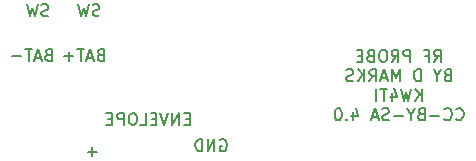
<source format=gbr>
G04 #@! TF.FileFunction,Legend,Bot*
%FSLAX46Y46*%
G04 Gerber Fmt 4.6, Leading zero omitted, Abs format (unit mm)*
G04 Created by KiCad (PCBNEW 4.0.7) date 04/20/20 00:53:53*
%MOMM*%
%LPD*%
G01*
G04 APERTURE LIST*
%ADD10C,0.100000*%
%ADD11C,0.150000*%
G04 APERTURE END LIST*
D10*
D11*
X79257143Y-87279762D02*
X79114286Y-87327381D01*
X78876190Y-87327381D01*
X78780952Y-87279762D01*
X78733333Y-87232143D01*
X78685714Y-87136905D01*
X78685714Y-87041667D01*
X78733333Y-86946429D01*
X78780952Y-86898810D01*
X78876190Y-86851190D01*
X79066667Y-86803571D01*
X79161905Y-86755952D01*
X79209524Y-86708333D01*
X79257143Y-86613095D01*
X79257143Y-86517857D01*
X79209524Y-86422619D01*
X79161905Y-86375000D01*
X79066667Y-86327381D01*
X78828571Y-86327381D01*
X78685714Y-86375000D01*
X78352381Y-86327381D02*
X78114286Y-87327381D01*
X77923809Y-86613095D01*
X77733333Y-87327381D01*
X77495238Y-86327381D01*
X74932143Y-87304762D02*
X74789286Y-87352381D01*
X74551190Y-87352381D01*
X74455952Y-87304762D01*
X74408333Y-87257143D01*
X74360714Y-87161905D01*
X74360714Y-87066667D01*
X74408333Y-86971429D01*
X74455952Y-86923810D01*
X74551190Y-86876190D01*
X74741667Y-86828571D01*
X74836905Y-86780952D01*
X74884524Y-86733333D01*
X74932143Y-86638095D01*
X74932143Y-86542857D01*
X74884524Y-86447619D01*
X74836905Y-86400000D01*
X74741667Y-86352381D01*
X74503571Y-86352381D01*
X74360714Y-86400000D01*
X74027381Y-86352381D02*
X73789286Y-87352381D01*
X73598809Y-86638095D01*
X73408333Y-87352381D01*
X73170238Y-86352381D01*
X89486904Y-97825000D02*
X89582142Y-97777381D01*
X89724999Y-97777381D01*
X89867857Y-97825000D01*
X89963095Y-97920238D01*
X90010714Y-98015476D01*
X90058333Y-98205952D01*
X90058333Y-98348810D01*
X90010714Y-98539286D01*
X89963095Y-98634524D01*
X89867857Y-98729762D01*
X89724999Y-98777381D01*
X89629761Y-98777381D01*
X89486904Y-98729762D01*
X89439285Y-98682143D01*
X89439285Y-98348810D01*
X89629761Y-98348810D01*
X89010714Y-98777381D02*
X89010714Y-97777381D01*
X88439285Y-98777381D01*
X88439285Y-97777381D01*
X87963095Y-98777381D02*
X87963095Y-97777381D01*
X87725000Y-97777381D01*
X87582142Y-97825000D01*
X87486904Y-97920238D01*
X87439285Y-98015476D01*
X87391666Y-98205952D01*
X87391666Y-98348810D01*
X87439285Y-98539286D01*
X87486904Y-98634524D01*
X87582142Y-98729762D01*
X87725000Y-98777381D01*
X87963095Y-98777381D01*
X79030952Y-98821429D02*
X78269047Y-98821429D01*
X78649999Y-99202381D02*
X78649999Y-98440476D01*
X86900000Y-96028571D02*
X86566666Y-96028571D01*
X86423809Y-96552381D02*
X86900000Y-96552381D01*
X86900000Y-95552381D01*
X86423809Y-95552381D01*
X85995238Y-96552381D02*
X85995238Y-95552381D01*
X85423809Y-96552381D01*
X85423809Y-95552381D01*
X85090476Y-95552381D02*
X84757143Y-96552381D01*
X84423809Y-95552381D01*
X84090476Y-96028571D02*
X83757142Y-96028571D01*
X83614285Y-96552381D02*
X84090476Y-96552381D01*
X84090476Y-95552381D01*
X83614285Y-95552381D01*
X82709523Y-96552381D02*
X83185714Y-96552381D01*
X83185714Y-95552381D01*
X82185714Y-95552381D02*
X81995237Y-95552381D01*
X81899999Y-95600000D01*
X81804761Y-95695238D01*
X81757142Y-95885714D01*
X81757142Y-96219048D01*
X81804761Y-96409524D01*
X81899999Y-96504762D01*
X81995237Y-96552381D01*
X82185714Y-96552381D01*
X82280952Y-96504762D01*
X82376190Y-96409524D01*
X82423809Y-96219048D01*
X82423809Y-95885714D01*
X82376190Y-95695238D01*
X82280952Y-95600000D01*
X82185714Y-95552381D01*
X81328571Y-96552381D02*
X81328571Y-95552381D01*
X80947618Y-95552381D01*
X80852380Y-95600000D01*
X80804761Y-95647619D01*
X80757142Y-95742857D01*
X80757142Y-95885714D01*
X80804761Y-95980952D01*
X80852380Y-96028571D01*
X80947618Y-96076190D01*
X81328571Y-96076190D01*
X80328571Y-96028571D02*
X79995237Y-96028571D01*
X79852380Y-96552381D02*
X80328571Y-96552381D01*
X80328571Y-95552381D01*
X79852380Y-95552381D01*
X107624190Y-91195381D02*
X107957524Y-90719190D01*
X108195619Y-91195381D02*
X108195619Y-90195381D01*
X107814666Y-90195381D01*
X107719428Y-90243000D01*
X107671809Y-90290619D01*
X107624190Y-90385857D01*
X107624190Y-90528714D01*
X107671809Y-90623952D01*
X107719428Y-90671571D01*
X107814666Y-90719190D01*
X108195619Y-90719190D01*
X106862285Y-90671571D02*
X107195619Y-90671571D01*
X107195619Y-91195381D02*
X107195619Y-90195381D01*
X106719428Y-90195381D01*
X105576571Y-91195381D02*
X105576571Y-90195381D01*
X105195618Y-90195381D01*
X105100380Y-90243000D01*
X105052761Y-90290619D01*
X105005142Y-90385857D01*
X105005142Y-90528714D01*
X105052761Y-90623952D01*
X105100380Y-90671571D01*
X105195618Y-90719190D01*
X105576571Y-90719190D01*
X104005142Y-91195381D02*
X104338476Y-90719190D01*
X104576571Y-91195381D02*
X104576571Y-90195381D01*
X104195618Y-90195381D01*
X104100380Y-90243000D01*
X104052761Y-90290619D01*
X104005142Y-90385857D01*
X104005142Y-90528714D01*
X104052761Y-90623952D01*
X104100380Y-90671571D01*
X104195618Y-90719190D01*
X104576571Y-90719190D01*
X103386095Y-90195381D02*
X103195618Y-90195381D01*
X103100380Y-90243000D01*
X103005142Y-90338238D01*
X102957523Y-90528714D01*
X102957523Y-90862048D01*
X103005142Y-91052524D01*
X103100380Y-91147762D01*
X103195618Y-91195381D01*
X103386095Y-91195381D01*
X103481333Y-91147762D01*
X103576571Y-91052524D01*
X103624190Y-90862048D01*
X103624190Y-90528714D01*
X103576571Y-90338238D01*
X103481333Y-90243000D01*
X103386095Y-90195381D01*
X102195618Y-90671571D02*
X102052761Y-90719190D01*
X102005142Y-90766810D01*
X101957523Y-90862048D01*
X101957523Y-91004905D01*
X102005142Y-91100143D01*
X102052761Y-91147762D01*
X102147999Y-91195381D01*
X102528952Y-91195381D01*
X102528952Y-90195381D01*
X102195618Y-90195381D01*
X102100380Y-90243000D01*
X102052761Y-90290619D01*
X102005142Y-90385857D01*
X102005142Y-90481095D01*
X102052761Y-90576333D01*
X102100380Y-90623952D01*
X102195618Y-90671571D01*
X102528952Y-90671571D01*
X101528952Y-90671571D02*
X101195618Y-90671571D01*
X101052761Y-91195381D02*
X101528952Y-91195381D01*
X101528952Y-90195381D01*
X101052761Y-90195381D01*
X108743238Y-92321571D02*
X108600381Y-92369190D01*
X108552762Y-92416810D01*
X108505143Y-92512048D01*
X108505143Y-92654905D01*
X108552762Y-92750143D01*
X108600381Y-92797762D01*
X108695619Y-92845381D01*
X109076572Y-92845381D01*
X109076572Y-91845381D01*
X108743238Y-91845381D01*
X108648000Y-91893000D01*
X108600381Y-91940619D01*
X108552762Y-92035857D01*
X108552762Y-92131095D01*
X108600381Y-92226333D01*
X108648000Y-92273952D01*
X108743238Y-92321571D01*
X109076572Y-92321571D01*
X107886096Y-92369190D02*
X107886096Y-92845381D01*
X108219429Y-91845381D02*
X107886096Y-92369190D01*
X107552762Y-91845381D01*
X106457524Y-92845381D02*
X106457524Y-91845381D01*
X106219429Y-91845381D01*
X106076571Y-91893000D01*
X105981333Y-91988238D01*
X105933714Y-92083476D01*
X105886095Y-92273952D01*
X105886095Y-92416810D01*
X105933714Y-92607286D01*
X105981333Y-92702524D01*
X106076571Y-92797762D01*
X106219429Y-92845381D01*
X106457524Y-92845381D01*
X104695619Y-92845381D02*
X104695619Y-91845381D01*
X104362285Y-92559667D01*
X104028952Y-91845381D01*
X104028952Y-92845381D01*
X103600381Y-92559667D02*
X103124190Y-92559667D01*
X103695619Y-92845381D02*
X103362286Y-91845381D01*
X103028952Y-92845381D01*
X102124190Y-92845381D02*
X102457524Y-92369190D01*
X102695619Y-92845381D02*
X102695619Y-91845381D01*
X102314666Y-91845381D01*
X102219428Y-91893000D01*
X102171809Y-91940619D01*
X102124190Y-92035857D01*
X102124190Y-92178714D01*
X102171809Y-92273952D01*
X102219428Y-92321571D01*
X102314666Y-92369190D01*
X102695619Y-92369190D01*
X101695619Y-92845381D02*
X101695619Y-91845381D01*
X101124190Y-92845381D02*
X101552762Y-92273952D01*
X101124190Y-91845381D02*
X101695619Y-92416810D01*
X100743238Y-92797762D02*
X100600381Y-92845381D01*
X100362285Y-92845381D01*
X100267047Y-92797762D01*
X100219428Y-92750143D01*
X100171809Y-92654905D01*
X100171809Y-92559667D01*
X100219428Y-92464429D01*
X100267047Y-92416810D01*
X100362285Y-92369190D01*
X100552762Y-92321571D01*
X100648000Y-92273952D01*
X100695619Y-92226333D01*
X100743238Y-92131095D01*
X100743238Y-92035857D01*
X100695619Y-91940619D01*
X100648000Y-91893000D01*
X100552762Y-91845381D01*
X100314666Y-91845381D01*
X100171809Y-91893000D01*
X106576571Y-94495381D02*
X106576571Y-93495381D01*
X106005142Y-94495381D02*
X106433714Y-93923952D01*
X106005142Y-93495381D02*
X106576571Y-94066810D01*
X105671809Y-93495381D02*
X105433714Y-94495381D01*
X105243237Y-93781095D01*
X105052761Y-94495381D01*
X104814666Y-93495381D01*
X104005142Y-93828714D02*
X104005142Y-94495381D01*
X104243238Y-93447762D02*
X104481333Y-94162048D01*
X103862285Y-94162048D01*
X103624190Y-93495381D02*
X103052761Y-93495381D01*
X103338476Y-94495381D02*
X103338476Y-93495381D01*
X102719428Y-94495381D02*
X102719428Y-93495381D01*
X109481333Y-96050143D02*
X109528952Y-96097762D01*
X109671809Y-96145381D01*
X109767047Y-96145381D01*
X109909905Y-96097762D01*
X110005143Y-96002524D01*
X110052762Y-95907286D01*
X110100381Y-95716810D01*
X110100381Y-95573952D01*
X110052762Y-95383476D01*
X110005143Y-95288238D01*
X109909905Y-95193000D01*
X109767047Y-95145381D01*
X109671809Y-95145381D01*
X109528952Y-95193000D01*
X109481333Y-95240619D01*
X108481333Y-96050143D02*
X108528952Y-96097762D01*
X108671809Y-96145381D01*
X108767047Y-96145381D01*
X108909905Y-96097762D01*
X109005143Y-96002524D01*
X109052762Y-95907286D01*
X109100381Y-95716810D01*
X109100381Y-95573952D01*
X109052762Y-95383476D01*
X109005143Y-95288238D01*
X108909905Y-95193000D01*
X108767047Y-95145381D01*
X108671809Y-95145381D01*
X108528952Y-95193000D01*
X108481333Y-95240619D01*
X108052762Y-95764429D02*
X107290857Y-95764429D01*
X106481333Y-95621571D02*
X106338476Y-95669190D01*
X106290857Y-95716810D01*
X106243238Y-95812048D01*
X106243238Y-95954905D01*
X106290857Y-96050143D01*
X106338476Y-96097762D01*
X106433714Y-96145381D01*
X106814667Y-96145381D01*
X106814667Y-95145381D01*
X106481333Y-95145381D01*
X106386095Y-95193000D01*
X106338476Y-95240619D01*
X106290857Y-95335857D01*
X106290857Y-95431095D01*
X106338476Y-95526333D01*
X106386095Y-95573952D01*
X106481333Y-95621571D01*
X106814667Y-95621571D01*
X105624191Y-95669190D02*
X105624191Y-96145381D01*
X105957524Y-95145381D02*
X105624191Y-95669190D01*
X105290857Y-95145381D01*
X104957524Y-95764429D02*
X104195619Y-95764429D01*
X103767048Y-96097762D02*
X103624191Y-96145381D01*
X103386095Y-96145381D01*
X103290857Y-96097762D01*
X103243238Y-96050143D01*
X103195619Y-95954905D01*
X103195619Y-95859667D01*
X103243238Y-95764429D01*
X103290857Y-95716810D01*
X103386095Y-95669190D01*
X103576572Y-95621571D01*
X103671810Y-95573952D01*
X103719429Y-95526333D01*
X103767048Y-95431095D01*
X103767048Y-95335857D01*
X103719429Y-95240619D01*
X103671810Y-95193000D01*
X103576572Y-95145381D01*
X103338476Y-95145381D01*
X103195619Y-95193000D01*
X102814667Y-95859667D02*
X102338476Y-95859667D01*
X102909905Y-96145381D02*
X102576572Y-95145381D01*
X102243238Y-96145381D01*
X100719428Y-95478714D02*
X100719428Y-96145381D01*
X100957524Y-95097762D02*
X101195619Y-95812048D01*
X100576571Y-95812048D01*
X100195619Y-96050143D02*
X100148000Y-96097762D01*
X100195619Y-96145381D01*
X100243238Y-96097762D01*
X100195619Y-96050143D01*
X100195619Y-96145381D01*
X99528953Y-95145381D02*
X99433714Y-95145381D01*
X99338476Y-95193000D01*
X99290857Y-95240619D01*
X99243238Y-95335857D01*
X99195619Y-95526333D01*
X99195619Y-95764429D01*
X99243238Y-95954905D01*
X99290857Y-96050143D01*
X99338476Y-96097762D01*
X99433714Y-96145381D01*
X99528953Y-96145381D01*
X99624191Y-96097762D01*
X99671810Y-96050143D01*
X99719429Y-95954905D01*
X99767048Y-95764429D01*
X99767048Y-95526333D01*
X99719429Y-95335857D01*
X99671810Y-95240619D01*
X99624191Y-95193000D01*
X99528953Y-95145381D01*
X74932142Y-90603571D02*
X74789285Y-90651190D01*
X74741666Y-90698810D01*
X74694047Y-90794048D01*
X74694047Y-90936905D01*
X74741666Y-91032143D01*
X74789285Y-91079762D01*
X74884523Y-91127381D01*
X75265476Y-91127381D01*
X75265476Y-90127381D01*
X74932142Y-90127381D01*
X74836904Y-90175000D01*
X74789285Y-90222619D01*
X74741666Y-90317857D01*
X74741666Y-90413095D01*
X74789285Y-90508333D01*
X74836904Y-90555952D01*
X74932142Y-90603571D01*
X75265476Y-90603571D01*
X74313095Y-90841667D02*
X73836904Y-90841667D01*
X74408333Y-91127381D02*
X74075000Y-90127381D01*
X73741666Y-91127381D01*
X73551190Y-90127381D02*
X72979761Y-90127381D01*
X73265476Y-91127381D02*
X73265476Y-90127381D01*
X72646428Y-90746429D02*
X71884523Y-90746429D01*
X79357142Y-90603571D02*
X79214285Y-90651190D01*
X79166666Y-90698810D01*
X79119047Y-90794048D01*
X79119047Y-90936905D01*
X79166666Y-91032143D01*
X79214285Y-91079762D01*
X79309523Y-91127381D01*
X79690476Y-91127381D01*
X79690476Y-90127381D01*
X79357142Y-90127381D01*
X79261904Y-90175000D01*
X79214285Y-90222619D01*
X79166666Y-90317857D01*
X79166666Y-90413095D01*
X79214285Y-90508333D01*
X79261904Y-90555952D01*
X79357142Y-90603571D01*
X79690476Y-90603571D01*
X78738095Y-90841667D02*
X78261904Y-90841667D01*
X78833333Y-91127381D02*
X78500000Y-90127381D01*
X78166666Y-91127381D01*
X77976190Y-90127381D02*
X77404761Y-90127381D01*
X77690476Y-91127381D02*
X77690476Y-90127381D01*
X77071428Y-90746429D02*
X76309523Y-90746429D01*
X76690475Y-91127381D02*
X76690475Y-90365476D01*
M02*

</source>
